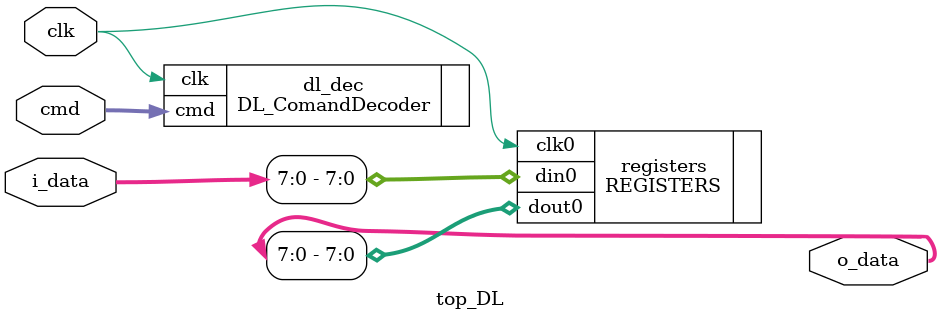
<source format=sv>
module top_DL (
	input clk,
	input logic [7:0] cmd,
	input logic [32:0]  i_data,  // data by PHY in case of STS, ST, STCS, REP
   output logic [32:0] o_data // output send data to PHY
);
	
	DL_ComandDecoder dl_dec (.cmd(cmd), .clk(clk) );
	
	REGISTERS registers( .clk0(clk), .din0(i_data [7:0]), .dout0(o_data[7:0]) );

endmodule
</source>
